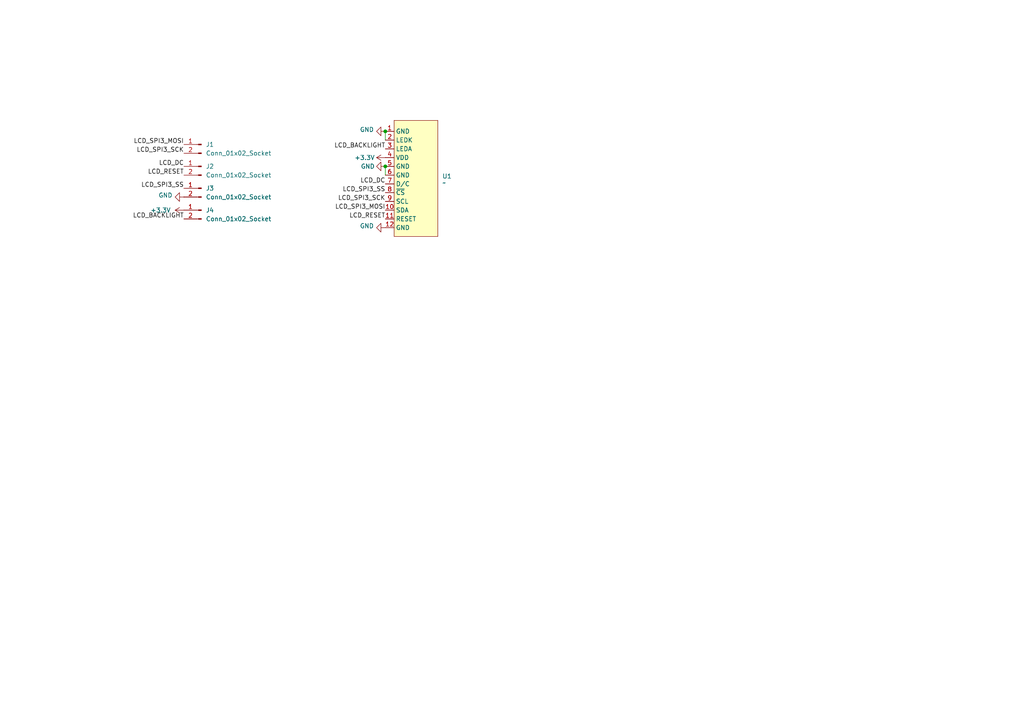
<source format=kicad_sch>
(kicad_sch (version 20231120) (generator "eeschema") (generator_version "8.0")
  (paper "A4")
  (lib_symbols
    (symbol "Connector:Conn_01x02_Pin" (pin_names (offset 1.016) hide)
      (property "Reference" "J" (at 0 2.54 0))
      (property "Value" "Conn_01x02_Pin" (at 0 -5.08 0))
      (symbol "Conn_01x02_Pin_1_1"
        (polyline (pts (xy 1.27 -2.54) (xy 0.8636 -2.54)) (stroke (width 0.1524)))
        (polyline (pts (xy 1.27 0) (xy 0.8636 0)) (stroke (width 0.1524)))
        (rectangle (start 0.8636 -2.413) (end 0 -2.667) (stroke (width 0.1524)) (fill (type outline)))
        (rectangle (start 0.8636 0.127) (end 0 -0.127) (stroke (width 0.1524)) (fill (type outline)))
        (pin passive line (at 5.08 0 180) (length 3.81) (name "Pin_1") (number "1"))
        (pin passive line (at 5.08 -2.54 180) (length 3.81) (name "Pin_2") (number "2"))
      )
    )
    (symbol "Mountjoy:Round_LCD"
      (property "Reference" "U" (at 0 21.59 0))
      (symbol "Round_LCD_1_0"
        (pin input line (at -8.89 -8.89 0) (length 2.54) (name "SDA") (number "10"))
        (pin input line (at -8.89 -11.43 0) (length 2.54) (name "RESET") (number "11"))
        (pin input line (at -8.89 -13.97 0) (length 2.54) (name "GND") (number "12"))
        (pin input line (at -8.89 6.35 0) (length 2.54) (name "VDD") (number "4"))
        (pin input line (at -8.89 3.81 0) (length 2.54) (name "GND") (number "5"))
        (pin input line (at -8.89 1.27 0) (length 2.54) (name "GND") (number "6"))
        (pin input line (at -8.89 -1.27 0) (length 2.54) (name "D/C") (number "7"))
        (pin input line (at -8.89 -3.81 0) (length 2.54) (name "~{CS}") (number "8"))
        (pin input line (at -8.89 -6.35 0) (length 2.54) (name "SCL") (number "9"))
      )
      (symbol "Round_LCD_1_1"
        (rectangle (start -6.35 17.145) (end 6.35 -16.51) (fill (type background)))
        (pin input line (at -8.89 13.97 0) (length 2.54) (name "GND") (number "1"))
        (pin input line (at -8.89 11.43 0) (length 2.54) (name "LEDK") (number "2"))
        (pin input line (at -8.89 8.89 0) (length 2.54) (name "LEDA") (number "3"))
      )
    )
    (symbol "power:+3.3V" (power) (pin_numbers hide) (pin_names (offset 0) hide)
      (property "Value" "+3.3V" (at 0 3.556 0))
      (symbol "+3.3V_0_1"
        (polyline (pts (xy -0.762 1.27) (xy 0 2.54)))
        (polyline (pts (xy 0 0) (xy 0 2.54)))
        (polyline (pts (xy 0 2.54) (xy 0.762 1.27)))
      )
      (symbol "+3.3V_1_1"
        (pin power_in line (at 0 0 90) (length 0) (name "~") (number "1"))
      )
    )
    (symbol "power:GND" (power) (pin_numbers hide) (pin_names (offset 0) hide)
      (property "Value" "GND" (at 0 -3.81 0))
      (symbol "GND_0_1"
        (polyline (pts (xy 0 0) (xy 0 -1.27) (xy 1.27 -1.27) (xy 0 -2.54) (xy -1.27 -1.27) (xy 0 -1.27)))
      )
      (symbol "GND_1_1"
        (pin power_in line (at 0 0 270) (length 0) (name "~") (number "1"))
      )
    )
  )
  (junction (at 111.76 48.26))
  (junction (at 111.76 38.1))
  (wire (pts (xy 111.76 48.26) (xy 111.76 50.8)))
  (wire (pts (xy 111.76 38.1) (xy 111.76 40.64)))
  (label "LCD_SPI3_SCK" (at 53.34 44.45 180))
  (label "LCD_RESET" (at 111.76 63.5 180))
  (label "LCD_BACKLIGHT" (at 111.76 43.18 180))
  (label "LCD_RESET" (at 53.34 50.8 180))
  (label "LCD_BACKLIGHT" (at 53.34 63.5 180))
  (label "LCD_SPI3_MOSI" (at 111.76 60.96 180))
  (label "LCD_SPI3_SS" (at 53.34 54.61 180))
  (label "LCD_SPI3_MOSI" (at 53.34 41.91 180))
  (label "LCD_DC" (at 111.76 53.34 180))
  (label "LCD_SPI3_SCK" (at 111.76 58.42 180))
  (label "LCD_SPI3_SS" (at 111.76 55.88 180))
  (label "LCD_DC" (at 53.34 48.26 180))
  (symbol (lib_id "power:+3.3V") (at 111.76 45.72 90) (unit 1)
    (property "Reference" "#PWR07" (effects (hide yes)))
    (property "Value" "+3.3V" (at 108.712 45.72 90) (effects (justify left)))
    (property "Description" "Power symbol creates a global label with name \"+3.3V\"" (effects (hide yes)))
  )
  (symbol (lib_id "Mountjoy:Round_LCD") (at 120.65 52.07 0) (unit 1)
    (property "Reference" "U1" (at 128.27 51.1174 0) (effects (justify left)))
    (property "Value" "~" (at 128.27 53.0225 0) (effects (justify left)))
    (property "Footprint" "Custom_Footprints:Round_LCD" (effects (hide yes)))
  )
  (symbol (lib_id "Connector:Conn_01x02_Pin") (at 58.42 48.26 0) (mirror y) (unit 1)
    (property "Reference" "J2" (at 59.69 48.2599 0) (effects (justify right)))
    (property "Value" "Conn_01x02_Socket" (at 59.69 50.7999 0) (effects (justify right)))
    (property "Footprint" "Connector_PinHeader_2.54mm:PinHeader_1x02_P2.54mm_Vertical" (effects (hide yes)))
    (property "Description" "Generic connector, single row, 01x02, script generated" (effects (hide yes)))
  )
  (symbol (lib_id "power:GND") (at 111.76 66.04 270) (unit 1)
    (property "Reference" "#PWR03" (effects (hide yes)))
    (property "Value" "GND" (at 108.458 65.532 90) (effects (justify right)))
    (property "Description" "Power symbol creates a global label with name \"GND\" , ground" (effects (hide yes)))
  )
  (symbol (lib_id "Connector:Conn_01x02_Pin") (at 58.42 54.61 0) (mirror y) (unit 1)
    (property "Reference" "J3" (at 59.69 54.6099 0) (effects (justify right)))
    (property "Value" "Conn_01x02_Socket" (at 59.69 57.1499 0) (effects (justify right)))
    (property "Footprint" "Connector_PinHeader_2.54mm:PinHeader_1x02_P2.54mm_Vertical" (effects (hide yes)))
    (property "Description" "Generic connector, single row, 01x02, script generated" (effects (hide yes)))
  )
  (symbol (lib_id "power:+3.3V") (at 53.34 60.96 90) (unit 1)
    (property "Reference" "#PWR02" (effects (hide yes)))
    (property "Value" "+3.3V" (at 49.53 60.9599 90) (effects (justify left)))
    (property "Description" "Power symbol creates a global label with name \"+3.3V\"" (effects (hide yes)))
  )
  (symbol (lib_id "Connector:Conn_01x02_Pin") (at 58.42 41.91 0) (mirror y) (unit 1)
    (property "Reference" "J1" (at 59.69 41.9099 0) (effects (justify right)))
    (property "Value" "Conn_01x02_Socket" (at 59.69 44.4499 0) (effects (justify right)))
    (property "Footprint" "Connector_PinHeader_2.54mm:PinHeader_1x02_P2.54mm_Vertical" (effects (hide yes)))
    (property "Description" "Generic connector, single row, 01x02, script generated" (effects (hide yes)))
  )
  (symbol (lib_id "power:GND") (at 111.76 38.1 270) (unit 1)
    (property "Reference" "#PWR05" (effects (hide yes)))
    (property "Value" "GND" (at 108.458 37.592 90) (effects (justify right)))
    (property "Description" "Power symbol creates a global label with name \"GND\" , ground" (effects (hide yes)))
  )
  (symbol (lib_id "power:GND") (at 53.34 57.15 270) (unit 1)
    (property "Reference" "#PWR01" (effects (hide yes)))
    (property "Value" "GND" (at 50.038 56.642 90) (effects (justify right)))
    (property "Description" "Power symbol creates a global label with name \"GND\" , ground" (effects (hide yes)))
  )
  (symbol (lib_id "power:GND") (at 111.76 48.26 270) (unit 1)
    (property "Reference" "#PWR06" (effects (hide yes)))
    (property "Value" "GND" (at 108.712 48.26 90) (effects (justify right)))
    (property "Description" "Power symbol creates a global label with name \"GND\" , ground" (effects (hide yes)))
  )
  (symbol (lib_id "Connector:Conn_01x02_Pin") (at 58.42 60.96 0) (mirror y) (unit 1)
    (property "Reference" "J4" (at 59.69 60.9599 0) (effects (justify right)))
    (property "Value" "Conn_01x02_Socket" (at 59.69 63.4999 0) (effects (justify right)))
    (property "Footprint" "Connector_PinHeader_2.54mm:PinHeader_1x02_P2.54mm_Vertical" (effects (hide yes)))
    (property "Description" "Generic connector, single row, 01x02, script generated" (effects (hide yes)))
  )
)
</source>
